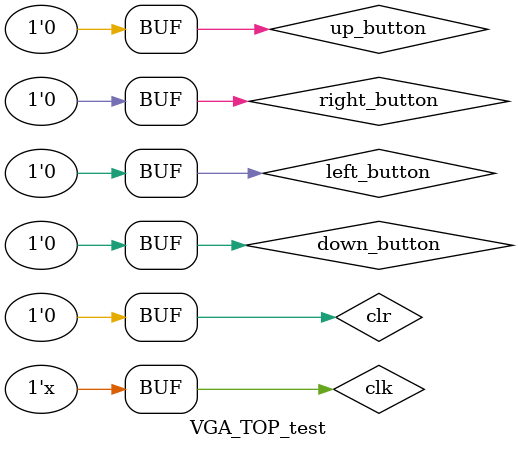
<source format=v>
`timescale 1ns / 1ps


module VGA_TOP_test;

	// Inputs
	reg clk;
	reg clr;
	reg up_button;
	reg down_button;
	reg left_button;
	reg right_button;

	// Outputs
	wire [2:0] red;
	wire [2:0] grn;
	wire [1:0] blu;
	wire hsync;
	wire vsync;
	wire death;

	// Instantiate the Unit Under Test (UUT)
	VGA_TOP uut (
		.clk(clk), 
		.clr(clr), 
		.up_button(up_button), 
		.down_button(down_button), 
		.left_button(left_button), 
		.right_button(right_button), 
		.red(red), 
		.grn(grn), 
		.blu(blu), 
		.hsync(hsync), 
		.vsync(vsync), 
		.death(death)
	);

	initial begin
		// Initialize Inputs
		clk = 0;
		clr = 0;
		up_button = 0;
		down_button = 0;
		left_button = 0;
		right_button = 0;
		#10;clr=1;#10;clr=0;
		#20000;up_button = 1;
		#20000;up_button = 0;
		#20000;down_button = 1;
		#20000;down_button = 0;
		#20000;left_button = 1;
		#20000;left_button = 0;
		#20000;right_button = 1;
		#20000;right_button = 0;
        
		// Add stimulus here

	end
      always #1 clk=~clk;
endmodule


</source>
